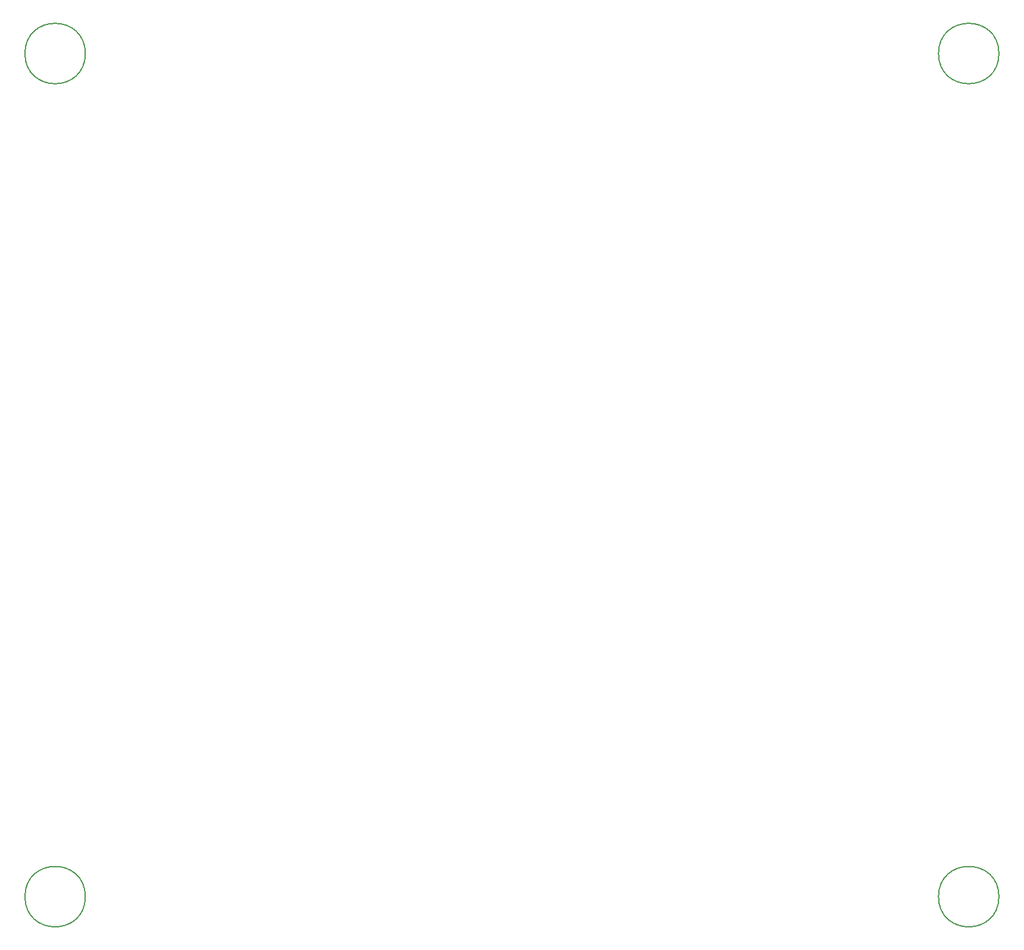
<source format=gbr>
G04 #@! TF.GenerationSoftware,KiCad,Pcbnew,7.0.7*
G04 #@! TF.CreationDate,2023-10-09T21:47:46+02:00*
G04 #@! TF.ProjectId,Kaboom_box_top,4b61626f-6f6d-45f6-926f-785f746f702e,rev?*
G04 #@! TF.SameCoordinates,Original*
G04 #@! TF.FileFunction,Other,Comment*
%FSLAX46Y46*%
G04 Gerber Fmt 4.6, Leading zero omitted, Abs format (unit mm)*
G04 Created by KiCad (PCBNEW 7.0.7) date 2023-10-09 21:47:46*
%MOMM*%
%LPD*%
G01*
G04 APERTURE LIST*
%ADD10C,0.150000*%
G04 APERTURE END LIST*
D10*
G04 #@! TO.C,H108*
X89300000Y-160000000D02*
G75*
G03*
X89300000Y-160000000I-4300000J0D01*
G01*
G04 #@! TO.C,H105*
X219300000Y-40000000D02*
G75*
G03*
X219300000Y-40000000I-4300000J0D01*
G01*
G04 #@! TO.C,H106*
X89300000Y-40000000D02*
G75*
G03*
X89300000Y-40000000I-4300000J0D01*
G01*
G04 #@! TO.C,H107*
X219300000Y-160000000D02*
G75*
G03*
X219300000Y-160000000I-4300000J0D01*
G01*
G04 #@! TD*
M02*

</source>
